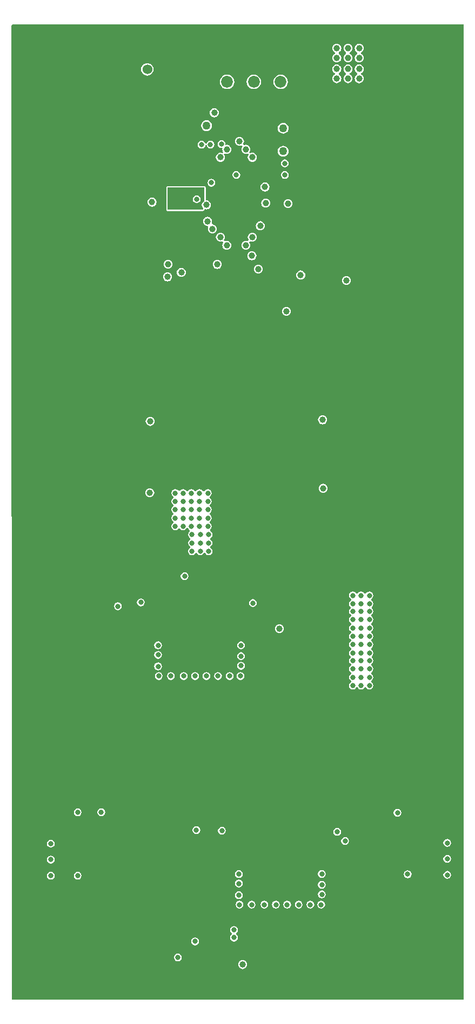
<source format=gbl>
%FSLAX44Y44*%
%MOMM*%
G71*
G01*
G75*
G04 Layer_Physical_Order=4*
G04 Layer_Color=16711680*
%ADD10R,1.2000X0.8000*%
%ADD11C,1.0000*%
%ADD12R,2.0000X3.5000*%
%ADD13R,3.0000X4.0000*%
%ADD14R,4.0000X2.8000*%
%ADD15R,2.8000X4.0000*%
%ADD16R,4.0000X3.0000*%
%ADD17R,0.6000X0.5000*%
%ADD18R,1.6000X1.4000*%
%ADD19R,0.9500X0.9000*%
%ADD20R,2.0000X2.0000*%
%ADD21R,2.0000X3.2000*%
%ADD22R,3.5000X2.0000*%
%ADD23R,0.5000X0.6000*%
%ADD24C,2.0000*%
%ADD25R,1.0000X1.8000*%
%ADD26R,3.0000X0.8000*%
%ADD27R,3.2000X2.0000*%
%ADD28R,2.8000X1.5000*%
%ADD29R,7.7000X1.6000*%
%ADD30R,1.7000X1.6000*%
%ADD31R,1.6000X6.3000*%
%ADD32R,1.8000X0.2900*%
%ADD33R,8.7000X8.7000*%
%ADD34R,1.6000X1.7000*%
%ADD35R,5.1500X3.1500*%
%ADD36R,0.7000X0.2900*%
%ADD37R,0.2900X0.7000*%
%ADD38R,0.8000X1.2000*%
%ADD39R,1.1000X1.2000*%
%ADD40R,0.9000X0.9500*%
%ADD41R,4.5000X4.0000*%
%ADD42R,3.2000X3.0000*%
%ADD43R,4.5000X4.2000*%
%ADD44R,0.5500X1.7000*%
%ADD45R,1.7000X0.5500*%
%ADD46R,4.2000X4.5000*%
%ADD47C,0.2540*%
%ADD48C,4.5720*%
%ADD49C,5.0000*%
%ADD50C,0.2286*%
%ADD51C,0.7620*%
%ADD52C,1.0160*%
%ADD53C,0.2032*%
%ADD54C,0.6350*%
%ADD55R,1.6000X6.7000*%
%ADD56R,12.5000X1.4000*%
%ADD57R,1.7500X7.2000*%
%ADD58R,1.6000X5.6000*%
%ADD59R,12.6000X1.3500*%
%ADD60R,1.8000X7.0750*%
%ADD61R,6.2500X6.2500*%
%ADD62C,0.8100*%
%ADD63C,1.5240*%
%ADD64C,1.8500*%
%ADD65C,8.0000*%
%ADD66C,0.8000*%
%ADD67C,1.2700*%
%ADD68C,0.7112*%
%ADD69C,1.2700*%
G36*
X573000Y1530000D02*
X573000Y1530000D01*
X574000Y1529586D01*
Y5000D01*
X-134000D01*
X-134999Y1528373D01*
X-133373Y1530000D01*
X573000D01*
X573000Y1530000D01*
D02*
G37*
%LPC*%
G36*
X96000Y517118D02*
X93659Y516652D01*
X91674Y515326D01*
X90348Y513341D01*
X89882Y511000D01*
X90348Y508659D01*
X91674Y506674D01*
X93659Y505348D01*
X96000Y504883D01*
X98341Y505348D01*
X100326Y506674D01*
X101652Y508659D01*
X102118Y511000D01*
X101652Y513341D01*
X100326Y515326D01*
X98341Y516652D01*
X96000Y517118D01*
D02*
G37*
G36*
X6000Y304118D02*
X3659Y303652D01*
X1674Y302326D01*
X348Y300341D01*
X-118Y298000D01*
X348Y295659D01*
X1674Y293674D01*
X3659Y292348D01*
X6000Y291882D01*
X8341Y292348D01*
X10326Y293674D01*
X11652Y295659D01*
X12118Y298000D01*
X11652Y300341D01*
X10326Y302326D01*
X8341Y303652D01*
X6000Y304118D01*
D02*
G37*
G36*
X-31000D02*
X-33341Y303652D01*
X-35326Y302326D01*
X-36652Y300341D01*
X-37118Y298000D01*
X-36652Y295659D01*
X-35326Y293674D01*
X-33341Y292348D01*
X-31000Y291882D01*
X-28659Y292348D01*
X-26674Y293674D01*
X-25348Y295659D01*
X-24882Y298000D01*
X-25348Y300341D01*
X-26674Y302326D01*
X-28659Y303652D01*
X-31000Y304118D01*
D02*
G37*
G36*
X153000Y517118D02*
X150659Y516652D01*
X148674Y515326D01*
X147348Y513341D01*
X146882Y511000D01*
X147348Y508659D01*
X148674Y506674D01*
X150659Y505348D01*
X153000Y504883D01*
X155341Y505348D01*
X157326Y506674D01*
X158652Y508659D01*
X159117Y511000D01*
X158652Y513341D01*
X157326Y515326D01*
X155341Y516652D01*
X153000Y517118D01*
D02*
G37*
G36*
X135000D02*
X132659Y516652D01*
X130674Y515326D01*
X129348Y513341D01*
X128883Y511000D01*
X129348Y508659D01*
X130674Y506674D01*
X132659Y505348D01*
X135000Y504883D01*
X137341Y505348D01*
X139326Y506674D01*
X140652Y508659D01*
X141117Y511000D01*
X140652Y513341D01*
X139326Y515326D01*
X137341Y516652D01*
X135000Y517118D01*
D02*
G37*
G36*
X115000D02*
X112659Y516652D01*
X110674Y515326D01*
X109348Y513341D01*
X108883Y511000D01*
X109348Y508659D01*
X110674Y506674D01*
X112659Y505348D01*
X115000Y504883D01*
X117341Y505348D01*
X119326Y506674D01*
X120652Y508659D01*
X121117Y511000D01*
X120652Y513341D01*
X119326Y515326D01*
X117341Y516652D01*
X115000Y517118D01*
D02*
G37*
G36*
X375502Y273617D02*
X373161Y273152D01*
X371177Y271826D01*
X369851Y269841D01*
X369385Y267500D01*
X369851Y265159D01*
X371177Y263174D01*
X373161Y261848D01*
X375502Y261382D01*
X377844Y261848D01*
X379828Y263174D01*
X381154Y265159D01*
X381620Y267500D01*
X381154Y269841D01*
X379828Y271826D01*
X377844Y273152D01*
X375502Y273617D01*
D02*
G37*
G36*
X388000Y259118D02*
X385659Y258652D01*
X383674Y257326D01*
X382348Y255341D01*
X381883Y253000D01*
X382348Y250659D01*
X383674Y248674D01*
X385659Y247348D01*
X388000Y246882D01*
X390341Y247348D01*
X392326Y248674D01*
X393652Y250659D01*
X394118Y253000D01*
X393652Y255341D01*
X392326Y257326D01*
X390341Y258652D01*
X388000Y259118D01*
D02*
G37*
G36*
X548000Y256117D02*
X545659Y255652D01*
X543674Y254326D01*
X542348Y252341D01*
X541883Y250000D01*
X542348Y247659D01*
X543674Y245674D01*
X545659Y244348D01*
X548000Y243883D01*
X550341Y244348D01*
X552326Y245674D01*
X553652Y247659D01*
X554118Y250000D01*
X553652Y252341D01*
X552326Y254326D01*
X550341Y255652D01*
X548000Y256117D01*
D02*
G37*
G36*
X470000Y303118D02*
X467659Y302652D01*
X465674Y301326D01*
X464348Y299341D01*
X463882Y297000D01*
X464348Y294659D01*
X465674Y292674D01*
X467659Y291348D01*
X470000Y290882D01*
X472341Y291348D01*
X474326Y292674D01*
X475652Y294659D01*
X476118Y297000D01*
X475652Y299341D01*
X474326Y301326D01*
X472341Y302652D01*
X470000Y303118D01*
D02*
G37*
G36*
X155000Y276117D02*
X152659Y275652D01*
X150674Y274326D01*
X149348Y272341D01*
X148883Y270000D01*
X149348Y267659D01*
X150674Y265674D01*
X152659Y264348D01*
X155000Y263883D01*
X157341Y264348D01*
X159326Y265674D01*
X160652Y267659D01*
X161117Y270000D01*
X160652Y272341D01*
X159326Y274326D01*
X157341Y275652D01*
X155000Y276117D01*
D02*
G37*
G36*
X195000Y275117D02*
X192659Y274652D01*
X190674Y273326D01*
X189348Y271341D01*
X188883Y269000D01*
X189348Y266659D01*
X190674Y264674D01*
X192659Y263348D01*
X195000Y262882D01*
X197341Y263348D01*
X199326Y264674D01*
X200652Y266659D01*
X201117Y269000D01*
X200652Y271341D01*
X199326Y273326D01*
X197341Y274652D01*
X195000Y275117D01*
D02*
G37*
G36*
X95000Y565117D02*
X92659Y564652D01*
X90674Y563326D01*
X89348Y561341D01*
X88882Y559000D01*
X89348Y556659D01*
X90674Y554674D01*
X92659Y553348D01*
X95000Y552882D01*
X97341Y553348D01*
X99326Y554674D01*
X100652Y556659D01*
X101117Y559000D01*
X100652Y561341D01*
X99326Y563326D01*
X97341Y564652D01*
X95000Y565117D01*
D02*
G37*
G36*
Y550117D02*
X92659Y549652D01*
X90674Y548326D01*
X89348Y546341D01*
X88882Y544000D01*
X89348Y541659D01*
X90674Y539674D01*
X92659Y538348D01*
X95000Y537882D01*
X97341Y538348D01*
X99326Y539674D01*
X100652Y541659D01*
X101117Y544000D01*
X100652Y546341D01*
X99326Y548326D01*
X97341Y549652D01*
X95000Y550117D01*
D02*
G37*
G36*
X225000Y548117D02*
X222659Y547652D01*
X220674Y546326D01*
X219348Y544341D01*
X218883Y542000D01*
X219348Y539659D01*
X220674Y537674D01*
X222659Y536348D01*
X225000Y535882D01*
X227341Y536348D01*
X229326Y537674D01*
X230652Y539659D01*
X231117Y542000D01*
X230652Y544341D01*
X229326Y546326D01*
X227341Y547652D01*
X225000Y548117D01*
D02*
G37*
G36*
X32000Y626118D02*
X29659Y625652D01*
X27674Y624326D01*
X26348Y622341D01*
X25882Y620000D01*
X26348Y617659D01*
X27674Y615674D01*
X29659Y614348D01*
X32000Y613882D01*
X34341Y614348D01*
X36326Y615674D01*
X37652Y617659D01*
X38118Y620000D01*
X37652Y622341D01*
X36326Y624326D01*
X34341Y625652D01*
X32000Y626118D01*
D02*
G37*
G36*
X285000Y592060D02*
X283173Y591820D01*
X281470Y591115D01*
X280007Y589992D01*
X278885Y588530D01*
X278180Y586827D01*
X277940Y585000D01*
X278180Y583173D01*
X278885Y581470D01*
X280007Y580008D01*
X281470Y578885D01*
X283173Y578180D01*
X285000Y577940D01*
X286827Y578180D01*
X288530Y578885D01*
X289992Y580008D01*
X291115Y581470D01*
X291820Y583173D01*
X292060Y585000D01*
X291820Y586827D01*
X291115Y588530D01*
X289992Y589992D01*
X288530Y591115D01*
X286827Y591820D01*
X285000Y592060D01*
D02*
G37*
G36*
X225000Y565117D02*
X222659Y564652D01*
X220674Y563326D01*
X219348Y561341D01*
X218883Y559000D01*
X219348Y556659D01*
X220674Y554674D01*
X222659Y553348D01*
X225000Y552882D01*
X227341Y553348D01*
X229326Y554674D01*
X230652Y556659D01*
X231117Y559000D01*
X230652Y561341D01*
X229326Y563326D01*
X227341Y564652D01*
X225000Y565117D01*
D02*
G37*
G36*
X170760Y517118D02*
X168419Y516652D01*
X166434Y515326D01*
X165108Y513341D01*
X164642Y511000D01*
X165108Y508659D01*
X166434Y506674D01*
X168419Y505348D01*
X170760Y504883D01*
X173101Y505348D01*
X175086Y506674D01*
X176412Y508659D01*
X176877Y511000D01*
X176412Y513341D01*
X175086Y515326D01*
X173101Y516652D01*
X170760Y517118D01*
D02*
G37*
G36*
X224000Y517118D02*
X221659Y516652D01*
X219674Y515326D01*
X218348Y513341D01*
X217882Y511000D01*
X218348Y508659D01*
X219674Y506674D01*
X221659Y505348D01*
X224000Y504883D01*
X226341Y505348D01*
X228326Y506674D01*
X229652Y508659D01*
X230117Y511000D01*
X229652Y513341D01*
X228326Y515326D01*
X226341Y516652D01*
X224000Y517118D01*
D02*
G37*
G36*
X207000D02*
X204659Y516652D01*
X202674Y515326D01*
X201348Y513341D01*
X200882Y511000D01*
X201348Y508659D01*
X202674Y506674D01*
X204659Y505348D01*
X207000Y504883D01*
X209341Y505348D01*
X211326Y506674D01*
X212652Y508659D01*
X213118Y511000D01*
X212652Y513341D01*
X211326Y515326D01*
X209341Y516652D01*
X207000Y517118D01*
D02*
G37*
G36*
X225000Y533117D02*
X222659Y532652D01*
X220674Y531326D01*
X219348Y529341D01*
X218883Y527000D01*
X219348Y524659D01*
X220674Y522674D01*
X222659Y521348D01*
X225000Y520882D01*
X227341Y521348D01*
X229326Y522674D01*
X230652Y524659D01*
X231117Y527000D01*
X230652Y529341D01*
X229326Y531326D01*
X227341Y532652D01*
X225000Y533117D01*
D02*
G37*
G36*
X95000Y532118D02*
X92659Y531652D01*
X90674Y530326D01*
X89348Y528341D01*
X88882Y526000D01*
X89348Y523659D01*
X90674Y521674D01*
X92659Y520348D01*
X95000Y519883D01*
X97341Y520348D01*
X99326Y521674D01*
X100652Y523659D01*
X101117Y526000D01*
X100652Y528341D01*
X99326Y530326D01*
X97341Y531652D01*
X95000Y532118D01*
D02*
G37*
G36*
X188760Y517118D02*
X186419Y516652D01*
X184434Y515326D01*
X183108Y513341D01*
X182642Y511000D01*
X183108Y508659D01*
X184434Y506674D01*
X186419Y505348D01*
X188760Y504883D01*
X191101Y505348D01*
X193086Y506674D01*
X194412Y508659D01*
X194877Y511000D01*
X194412Y513341D01*
X193086Y515326D01*
X191101Y516652D01*
X188760Y517118D01*
D02*
G37*
G36*
X-73000Y255117D02*
X-75341Y254652D01*
X-77326Y253326D01*
X-78652Y251341D01*
X-79117Y249000D01*
X-78652Y246659D01*
X-77326Y244674D01*
X-75341Y243348D01*
X-73000Y242882D01*
X-70659Y243348D01*
X-68674Y244674D01*
X-67348Y246659D01*
X-66883Y249000D01*
X-67348Y251341D01*
X-68674Y253326D01*
X-70659Y254652D01*
X-73000Y255117D01*
D02*
G37*
G36*
X333500Y159618D02*
X331159Y159152D01*
X329174Y157826D01*
X327848Y155841D01*
X327382Y153500D01*
X327848Y151159D01*
X329174Y149174D01*
X331159Y147848D01*
X333500Y147382D01*
X335841Y147848D01*
X337826Y149174D01*
X339152Y151159D01*
X339618Y153500D01*
X339152Y155841D01*
X337826Y157826D01*
X335841Y159152D01*
X333500Y159618D01*
D02*
G37*
G36*
X279500D02*
X277159Y159152D01*
X275174Y157826D01*
X273848Y155841D01*
X273382Y153500D01*
X273848Y151159D01*
X275174Y149174D01*
X277159Y147848D01*
X279500Y147382D01*
X281841Y147848D01*
X283826Y149174D01*
X285152Y151159D01*
X285618Y153500D01*
X285152Y155841D01*
X283826Y157826D01*
X281841Y159152D01*
X279500Y159618D01*
D02*
G37*
G36*
X261500D02*
X259159Y159152D01*
X257174Y157826D01*
X255848Y155841D01*
X255382Y153500D01*
X255848Y151159D01*
X257174Y149174D01*
X259159Y147848D01*
X261500Y147382D01*
X263841Y147848D01*
X265826Y149174D01*
X267152Y151159D01*
X267617Y153500D01*
X267152Y155841D01*
X265826Y157826D01*
X263841Y159152D01*
X261500Y159618D01*
D02*
G37*
G36*
X315260Y159618D02*
X312919Y159152D01*
X310934Y157826D01*
X309608Y155841D01*
X309142Y153500D01*
X309608Y151159D01*
X310934Y149174D01*
X312919Y147848D01*
X315260Y147382D01*
X317601Y147848D01*
X319586Y149174D01*
X320912Y151159D01*
X321377Y153500D01*
X320912Y155841D01*
X319586Y157826D01*
X317601Y159152D01*
X315260Y159618D01*
D02*
G37*
G36*
X297260D02*
X294919Y159152D01*
X292934Y157826D01*
X291608Y155841D01*
X291142Y153500D01*
X291608Y151159D01*
X292934Y149174D01*
X294919Y147848D01*
X297260Y147382D01*
X299601Y147848D01*
X301586Y149174D01*
X302912Y151159D01*
X303377Y153500D01*
X302912Y155841D01*
X301586Y157826D01*
X299601Y159152D01*
X297260Y159618D01*
D02*
G37*
G36*
X350500Y159618D02*
X348159Y159152D01*
X346174Y157826D01*
X344848Y155841D01*
X344382Y153500D01*
X344848Y151159D01*
X346174Y149174D01*
X348159Y147848D01*
X350500Y147382D01*
X352841Y147848D01*
X354826Y149174D01*
X356152Y151159D01*
X356618Y153500D01*
X356152Y155841D01*
X354826Y157826D01*
X352841Y159152D01*
X350500Y159618D01*
D02*
G37*
G36*
X153000Y102118D02*
X150659Y101652D01*
X148674Y100326D01*
X147348Y98341D01*
X146882Y96000D01*
X147348Y93659D01*
X148674Y91674D01*
X150659Y90348D01*
X153000Y89882D01*
X155341Y90348D01*
X157326Y91674D01*
X158652Y93659D01*
X159117Y96000D01*
X158652Y98341D01*
X157326Y100326D01*
X155341Y101652D01*
X153000Y102118D01*
D02*
G37*
G36*
X126000Y77118D02*
X123659Y76652D01*
X121674Y75326D01*
X120348Y73341D01*
X119882Y71000D01*
X120348Y68659D01*
X121674Y66674D01*
X123659Y65348D01*
X126000Y64882D01*
X128341Y65348D01*
X130326Y66674D01*
X131652Y68659D01*
X132118Y71000D01*
X131652Y73341D01*
X130326Y75326D01*
X128341Y76652D01*
X126000Y77118D01*
D02*
G37*
G36*
X227540Y66900D02*
X225713Y66660D01*
X224010Y65954D01*
X222548Y64833D01*
X221425Y63370D01*
X220720Y61667D01*
X220480Y59840D01*
X220720Y58013D01*
X221425Y56310D01*
X222548Y54848D01*
X224010Y53726D01*
X225713Y53020D01*
X227540Y52780D01*
X229367Y53020D01*
X231070Y53726D01*
X232533Y54848D01*
X233654Y56310D01*
X234360Y58013D01*
X234600Y59840D01*
X234360Y61667D01*
X233654Y63370D01*
X232533Y64833D01*
X231070Y65954D01*
X229367Y66660D01*
X227540Y66900D01*
D02*
G37*
G36*
X241500Y159618D02*
X239159Y159152D01*
X237174Y157826D01*
X235848Y155841D01*
X235382Y153500D01*
X235848Y151159D01*
X237174Y149174D01*
X239159Y147848D01*
X241500Y147382D01*
X243841Y147848D01*
X245826Y149174D01*
X247152Y151159D01*
X247617Y153500D01*
X247152Y155841D01*
X245826Y157826D01*
X243841Y159152D01*
X241500Y159618D01*
D02*
G37*
G36*
X222500D02*
X220159Y159152D01*
X218174Y157826D01*
X216848Y155841D01*
X216382Y153500D01*
X216848Y151159D01*
X218174Y149174D01*
X220159Y147848D01*
X222500Y147382D01*
X224841Y147848D01*
X226826Y149174D01*
X228152Y151159D01*
X228617Y153500D01*
X228152Y155841D01*
X226826Y157826D01*
X224841Y159152D01*
X222500Y159618D01*
D02*
G37*
G36*
X214000Y120118D02*
X211659Y119652D01*
X209674Y118326D01*
X208348Y116341D01*
X207882Y114000D01*
X208348Y111659D01*
X209674Y109674D01*
X210459Y109150D01*
Y106850D01*
X209674Y106326D01*
X208348Y104341D01*
X207882Y102000D01*
X208348Y99659D01*
X209674Y97674D01*
X211659Y96348D01*
X214000Y95883D01*
X216341Y96348D01*
X218326Y97674D01*
X219652Y99659D01*
X220117Y102000D01*
X219652Y104341D01*
X218326Y106326D01*
X217541Y106850D01*
Y109150D01*
X218326Y109674D01*
X219652Y111659D01*
X220117Y114000D01*
X219652Y116341D01*
X218326Y118326D01*
X216341Y119652D01*
X214000Y120118D01*
D02*
G37*
G36*
X221500Y207617D02*
X219159Y207152D01*
X217174Y205826D01*
X215848Y203841D01*
X215382Y201500D01*
X215848Y199159D01*
X217174Y197174D01*
X219159Y195848D01*
X221500Y195382D01*
X223841Y195848D01*
X225826Y197174D01*
X227152Y199159D01*
X227617Y201500D01*
X227152Y203841D01*
X225826Y205826D01*
X223841Y207152D01*
X221500Y207617D01*
D02*
G37*
G36*
X486000Y207118D02*
X483659Y206652D01*
X481674Y205326D01*
X480348Y203341D01*
X479883Y201000D01*
X480348Y198659D01*
X481674Y196674D01*
X483659Y195348D01*
X486000Y194883D01*
X488341Y195348D01*
X490326Y196674D01*
X491652Y198659D01*
X492118Y201000D01*
X491652Y203341D01*
X490326Y205326D01*
X488341Y206652D01*
X486000Y207118D01*
D02*
G37*
G36*
X548000Y206117D02*
X545659Y205652D01*
X543674Y204326D01*
X542348Y202341D01*
X541883Y200000D01*
X542348Y197659D01*
X543674Y195674D01*
X545659Y194348D01*
X548000Y193883D01*
X550341Y194348D01*
X552326Y195674D01*
X553652Y197659D01*
X554118Y200000D01*
X553652Y202341D01*
X552326Y204326D01*
X550341Y205652D01*
X548000Y206117D01*
D02*
G37*
G36*
Y231117D02*
X545659Y230652D01*
X543674Y229326D01*
X542348Y227341D01*
X541883Y225000D01*
X542348Y222659D01*
X543674Y220674D01*
X545659Y219348D01*
X548000Y218883D01*
X550341Y219348D01*
X552326Y220674D01*
X553652Y222659D01*
X554118Y225000D01*
X553652Y227341D01*
X552326Y229326D01*
X550341Y230652D01*
X548000Y231117D01*
D02*
G37*
G36*
X-73000Y230117D02*
X-75341Y229652D01*
X-77326Y228326D01*
X-78652Y226341D01*
X-79117Y224000D01*
X-78652Y221659D01*
X-77326Y219674D01*
X-75341Y218348D01*
X-73000Y217882D01*
X-70659Y218348D01*
X-68674Y219674D01*
X-67348Y221659D01*
X-66883Y224000D01*
X-67348Y226341D01*
X-68674Y228326D01*
X-70659Y229652D01*
X-73000Y230117D01*
D02*
G37*
G36*
X351500Y207617D02*
X349159Y207152D01*
X347174Y205826D01*
X345848Y203841D01*
X345382Y201500D01*
X345848Y199159D01*
X347174Y197174D01*
X349159Y195848D01*
X351500Y195382D01*
X353841Y195848D01*
X355826Y197174D01*
X357152Y199159D01*
X357617Y201500D01*
X357152Y203841D01*
X355826Y205826D01*
X353841Y207152D01*
X351500Y207617D01*
D02*
G37*
G36*
Y190618D02*
X349159Y190152D01*
X347174Y188826D01*
X345848Y186841D01*
X345382Y184500D01*
X345848Y182159D01*
X347174Y180174D01*
X349159Y178848D01*
X351500Y178382D01*
X353841Y178848D01*
X355826Y180174D01*
X357152Y182159D01*
X357617Y184500D01*
X357152Y186841D01*
X355826Y188826D01*
X353841Y190152D01*
X351500Y190618D01*
D02*
G37*
G36*
Y175618D02*
X349159Y175152D01*
X347174Y173826D01*
X345848Y171841D01*
X345382Y169500D01*
X345848Y167159D01*
X347174Y165174D01*
X349159Y163848D01*
X351500Y163382D01*
X353841Y163848D01*
X355826Y165174D01*
X357152Y167159D01*
X357617Y169500D01*
X357152Y171841D01*
X355826Y173826D01*
X353841Y175152D01*
X351500Y175618D01*
D02*
G37*
G36*
X221500Y174618D02*
X219159Y174152D01*
X217174Y172826D01*
X215848Y170841D01*
X215382Y168500D01*
X215848Y166159D01*
X217174Y164174D01*
X219159Y162848D01*
X221500Y162383D01*
X223841Y162848D01*
X225826Y164174D01*
X227152Y166159D01*
X227617Y168500D01*
X227152Y170841D01*
X225826Y172826D01*
X223841Y174152D01*
X221500Y174618D01*
D02*
G37*
G36*
X-31000Y205117D02*
X-33341Y204652D01*
X-35326Y203326D01*
X-36652Y201341D01*
X-37118Y199000D01*
X-36652Y196659D01*
X-35326Y194674D01*
X-33341Y193348D01*
X-31000Y192882D01*
X-28659Y193348D01*
X-26674Y194674D01*
X-25348Y196659D01*
X-24882Y199000D01*
X-25348Y201341D01*
X-26674Y203326D01*
X-28659Y204652D01*
X-31000Y205117D01*
D02*
G37*
G36*
X-73000D02*
X-75341Y204652D01*
X-77326Y203326D01*
X-78652Y201341D01*
X-79117Y199000D01*
X-78652Y196659D01*
X-77326Y194674D01*
X-75341Y193348D01*
X-73000Y192882D01*
X-70659Y193348D01*
X-68674Y194674D01*
X-67348Y196659D01*
X-66883Y199000D01*
X-67348Y201341D01*
X-68674Y203326D01*
X-70659Y204652D01*
X-73000Y205117D01*
D02*
G37*
G36*
X221500Y192617D02*
X219159Y192152D01*
X217174Y190826D01*
X215848Y188841D01*
X215382Y186500D01*
X215848Y184159D01*
X217174Y182174D01*
X219159Y180848D01*
X221500Y180382D01*
X223841Y180848D01*
X225826Y182174D01*
X227152Y184159D01*
X227617Y186500D01*
X227152Y188841D01*
X225826Y190826D01*
X223841Y192152D01*
X221500Y192617D01*
D02*
G37*
G36*
X291000Y1339922D02*
X288820Y1339635D01*
X286789Y1338794D01*
X285045Y1337455D01*
X283706Y1335711D01*
X282865Y1333680D01*
X282578Y1331500D01*
X282865Y1329320D01*
X283706Y1327289D01*
X285045Y1325545D01*
X286789Y1324206D01*
X288820Y1323365D01*
X291000Y1323078D01*
X293180Y1323365D01*
X295211Y1324206D01*
X296955Y1325545D01*
X298294Y1327289D01*
X299135Y1329320D01*
X299422Y1331500D01*
X299135Y1333680D01*
X298294Y1335711D01*
X296955Y1337455D01*
X295211Y1338794D01*
X293180Y1339635D01*
X291000Y1339922D01*
D02*
G37*
G36*
X222500Y1354060D02*
X220673Y1353820D01*
X218970Y1353114D01*
X217507Y1351992D01*
X216385Y1350530D01*
X215680Y1348827D01*
X215440Y1347000D01*
X215680Y1345173D01*
X216385Y1343470D01*
X217507Y1342007D01*
X218970Y1340885D01*
X220673Y1340180D01*
X222500Y1339940D01*
X224327Y1340180D01*
X225658Y1340731D01*
X227058Y1338907D01*
X226385Y1338030D01*
X225680Y1336327D01*
X225440Y1334500D01*
X225680Y1332673D01*
X226385Y1330970D01*
X227507Y1329507D01*
X228970Y1328385D01*
X230673Y1327680D01*
X232500Y1327440D01*
X234327Y1327680D01*
X235658Y1328231D01*
X237058Y1326407D01*
X236385Y1325530D01*
X235680Y1323827D01*
X235440Y1322000D01*
X235680Y1320173D01*
X236385Y1318470D01*
X237508Y1317007D01*
X238970Y1315885D01*
X240673Y1315180D01*
X242500Y1314940D01*
X244327Y1315180D01*
X246030Y1315885D01*
X247492Y1317007D01*
X248615Y1318470D01*
X249320Y1320173D01*
X249560Y1322000D01*
X249320Y1323827D01*
X248615Y1325530D01*
X247492Y1326992D01*
X246030Y1328114D01*
X244327Y1328820D01*
X242500Y1329060D01*
X240673Y1328820D01*
X239342Y1328269D01*
X237942Y1330093D01*
X238615Y1330970D01*
X239320Y1332673D01*
X239560Y1334500D01*
X239320Y1336327D01*
X238615Y1338030D01*
X237492Y1339492D01*
X236030Y1340614D01*
X234327Y1341320D01*
X232500Y1341560D01*
X230673Y1341320D01*
X229342Y1340769D01*
X227942Y1342593D01*
X228615Y1343470D01*
X229320Y1345173D01*
X229560Y1347000D01*
X229320Y1348827D01*
X228615Y1350530D01*
X227492Y1351992D01*
X226030Y1353114D01*
X224327Y1353820D01*
X222500Y1354060D01*
D02*
G37*
G36*
X293500Y1318618D02*
X291159Y1318152D01*
X289174Y1316826D01*
X287848Y1314841D01*
X287383Y1312500D01*
X287848Y1310159D01*
X289174Y1308174D01*
X291159Y1306848D01*
X293500Y1306382D01*
X295841Y1306848D01*
X297826Y1308174D01*
X299152Y1310159D01*
X299618Y1312500D01*
X299152Y1314841D01*
X297826Y1316826D01*
X295841Y1318152D01*
X293500Y1318618D01*
D02*
G37*
G36*
X291000Y1375922D02*
X288820Y1375635D01*
X286789Y1374794D01*
X285045Y1373455D01*
X283706Y1371711D01*
X282865Y1369680D01*
X282578Y1367500D01*
X282865Y1365320D01*
X283706Y1363289D01*
X285045Y1361545D01*
X286789Y1360206D01*
X288820Y1359365D01*
X291000Y1359078D01*
X293180Y1359365D01*
X295211Y1360206D01*
X296955Y1361545D01*
X298294Y1363289D01*
X299135Y1365320D01*
X299422Y1367500D01*
X299135Y1369680D01*
X298294Y1371711D01*
X296955Y1373455D01*
X295211Y1374794D01*
X293180Y1375635D01*
X291000Y1375922D01*
D02*
G37*
G36*
X177000Y1348118D02*
X174659Y1347652D01*
X172674Y1346326D01*
X171348Y1344341D01*
X171150Y1343345D01*
X168850D01*
X168652Y1344341D01*
X167326Y1346326D01*
X165341Y1347652D01*
X163000Y1348118D01*
X160659Y1347652D01*
X158674Y1346326D01*
X157348Y1344341D01*
X156882Y1342000D01*
X157348Y1339659D01*
X158674Y1337674D01*
X160659Y1336348D01*
X163000Y1335883D01*
X165341Y1336348D01*
X167326Y1337674D01*
X168652Y1339659D01*
X168850Y1340655D01*
X171150D01*
X171348Y1339659D01*
X172674Y1337674D01*
X174659Y1336348D01*
X177000Y1335883D01*
X179341Y1336348D01*
X181326Y1337674D01*
X182652Y1339659D01*
X183118Y1342000D01*
X182652Y1344341D01*
X181326Y1346326D01*
X179341Y1347652D01*
X177000Y1348118D01*
D02*
G37*
G36*
X194357Y1348761D02*
X192016Y1348295D01*
X190031Y1346969D01*
X188705Y1344984D01*
X188239Y1342643D01*
X188705Y1340302D01*
X190031Y1338317D01*
X192016Y1336991D01*
X194357Y1336525D01*
X194357Y1336525D01*
X194357Y1336525D01*
X195680Y1336327D01*
X195440Y1334500D01*
X195680Y1332673D01*
X196385Y1330970D01*
X197058Y1330093D01*
X195658Y1328269D01*
X194327Y1328820D01*
X192500Y1329060D01*
X190673Y1328820D01*
X188970Y1328114D01*
X187507Y1326992D01*
X186385Y1325530D01*
X185680Y1323827D01*
X185440Y1322000D01*
X185680Y1320173D01*
X186385Y1318470D01*
X187507Y1317007D01*
X188970Y1315885D01*
X190673Y1315180D01*
X192500Y1314940D01*
X194327Y1315180D01*
X196030Y1315885D01*
X197492Y1317007D01*
X198615Y1318470D01*
X199320Y1320173D01*
X199560Y1322000D01*
X199320Y1323827D01*
X198615Y1325530D01*
X197942Y1326407D01*
X199342Y1328231D01*
X200673Y1327680D01*
X202500Y1327440D01*
X204327Y1327680D01*
X206030Y1328385D01*
X207492Y1329507D01*
X208615Y1330970D01*
X209320Y1332673D01*
X209560Y1334500D01*
X209320Y1336327D01*
X208615Y1338030D01*
X207492Y1339492D01*
X206030Y1340614D01*
X204327Y1341320D01*
X202500Y1341560D01*
X200673Y1341320D01*
X200474Y1342643D01*
X200475Y1342643D01*
X200474D01*
X200009Y1344984D01*
X198683Y1346969D01*
X196698Y1348295D01*
X194357Y1348761D01*
D02*
G37*
G36*
X262500Y1282560D02*
X260673Y1282320D01*
X258970Y1281614D01*
X257508Y1280492D01*
X256385Y1279030D01*
X255680Y1277327D01*
X255440Y1275500D01*
X255680Y1273673D01*
X256385Y1271970D01*
X257508Y1270508D01*
X258970Y1269386D01*
X260673Y1268680D01*
X262500Y1268440D01*
X264327Y1268680D01*
X266030Y1269386D01*
X267493Y1270508D01*
X268615Y1271970D01*
X269320Y1273673D01*
X269560Y1275500D01*
X269320Y1277327D01*
X268615Y1279030D01*
X267493Y1280492D01*
X266030Y1281614D01*
X264327Y1282320D01*
X262500Y1282560D01*
D02*
G37*
G36*
X85540Y1258900D02*
X83713Y1258660D01*
X82010Y1257954D01*
X80548Y1256833D01*
X79426Y1255370D01*
X78720Y1253667D01*
X78480Y1251840D01*
X78720Y1250013D01*
X79426Y1248310D01*
X80548Y1246848D01*
X82010Y1245726D01*
X83713Y1245020D01*
X85540Y1244780D01*
X87367Y1245020D01*
X89070Y1245726D01*
X90533Y1246848D01*
X91655Y1248310D01*
X92360Y1250013D01*
X92600Y1251840D01*
X92360Y1253667D01*
X91655Y1255370D01*
X90533Y1256833D01*
X89070Y1257954D01*
X87367Y1258660D01*
X85540Y1258900D01*
D02*
G37*
G36*
X263500Y1257560D02*
X261673Y1257320D01*
X259970Y1256614D01*
X258508Y1255492D01*
X257386Y1254030D01*
X256680Y1252327D01*
X256440Y1250500D01*
X256680Y1248673D01*
X257386Y1246970D01*
X258508Y1245508D01*
X259970Y1244386D01*
X261673Y1243680D01*
X263500Y1243440D01*
X265327Y1243680D01*
X267030Y1244386D01*
X268493Y1245508D01*
X269615Y1246970D01*
X270320Y1248673D01*
X270560Y1250500D01*
X270320Y1252327D01*
X269615Y1254030D01*
X268493Y1255492D01*
X267030Y1256614D01*
X265327Y1257320D01*
X263500Y1257560D01*
D02*
G37*
G36*
X293617Y1300618D02*
X291276Y1300152D01*
X289292Y1298826D01*
X287966Y1296841D01*
X287500Y1294500D01*
X287966Y1292159D01*
X289292Y1290174D01*
X291276Y1288848D01*
X293617Y1288382D01*
X295959Y1288848D01*
X297943Y1290174D01*
X299269Y1292159D01*
X299735Y1294500D01*
X299269Y1296841D01*
X297943Y1298826D01*
X295959Y1300152D01*
X293617Y1300618D01*
D02*
G37*
G36*
X217500D02*
X215159Y1300152D01*
X213174Y1298826D01*
X211848Y1296841D01*
X211383Y1294500D01*
X211848Y1292159D01*
X213174Y1290174D01*
X215159Y1288848D01*
X217500Y1288382D01*
X219841Y1288848D01*
X221826Y1290174D01*
X223152Y1292159D01*
X223617Y1294500D01*
X223152Y1296841D01*
X221826Y1298826D01*
X219841Y1300152D01*
X217500Y1300618D01*
D02*
G37*
G36*
X178500Y1288367D02*
X176159Y1287902D01*
X174174Y1286576D01*
X172848Y1284591D01*
X172383Y1282250D01*
X172848Y1279909D01*
X174174Y1277924D01*
X176159Y1276598D01*
X178500Y1276132D01*
X180841Y1276598D01*
X182826Y1277924D01*
X184152Y1279909D01*
X184618Y1282250D01*
X184152Y1284591D01*
X182826Y1286576D01*
X180841Y1287902D01*
X178500Y1288367D01*
D02*
G37*
G36*
X78000Y1469203D02*
X75489Y1468872D01*
X73148Y1467903D01*
X71139Y1466361D01*
X69597Y1464352D01*
X68628Y1462011D01*
X68297Y1459500D01*
X68628Y1456989D01*
X69597Y1454648D01*
X71139Y1452639D01*
X73148Y1451097D01*
X75489Y1450128D01*
X78000Y1449797D01*
X80511Y1450128D01*
X82851Y1451097D01*
X84861Y1452639D01*
X86403Y1454648D01*
X87372Y1456989D01*
X87703Y1459500D01*
X87372Y1462011D01*
X86403Y1464352D01*
X84861Y1466361D01*
X82851Y1467903D01*
X80511Y1468872D01*
X78000Y1469203D01*
D02*
G37*
G36*
X410000Y1467060D02*
X408173Y1466820D01*
X406470Y1466115D01*
X405008Y1464992D01*
X403886Y1463530D01*
X403180Y1461827D01*
X402940Y1460000D01*
X403180Y1458173D01*
X403886Y1456470D01*
X405008Y1455008D01*
X406470Y1453885D01*
X407038Y1453650D01*
Y1451350D01*
X406470Y1451115D01*
X405008Y1449993D01*
X403886Y1448530D01*
X403180Y1446827D01*
X402940Y1445000D01*
X403180Y1443173D01*
X403886Y1441470D01*
X405008Y1440008D01*
X406470Y1438885D01*
X408173Y1438180D01*
X410000Y1437940D01*
X411827Y1438180D01*
X413530Y1438885D01*
X414992Y1440008D01*
X416115Y1441470D01*
X416820Y1443173D01*
X417060Y1445000D01*
X416820Y1446827D01*
X416115Y1448530D01*
X414992Y1449993D01*
X413530Y1451115D01*
X412962Y1451350D01*
Y1453650D01*
X413530Y1453885D01*
X414992Y1455008D01*
X416115Y1456470D01*
X416820Y1458173D01*
X417060Y1460000D01*
X416820Y1461827D01*
X416115Y1463530D01*
X414992Y1464992D01*
X413530Y1466115D01*
X411827Y1466820D01*
X410000Y1467060D01*
D02*
G37*
G36*
X392500D02*
X390673Y1466820D01*
X388970Y1466115D01*
X387508Y1464992D01*
X386386Y1463530D01*
X385680Y1461827D01*
X385440Y1460000D01*
X385680Y1458173D01*
X386386Y1456470D01*
X387508Y1455008D01*
X388970Y1453885D01*
X389538Y1453650D01*
Y1451350D01*
X388970Y1451115D01*
X387508Y1449993D01*
X386386Y1448530D01*
X385680Y1446827D01*
X385440Y1445000D01*
X385680Y1443173D01*
X386386Y1441470D01*
X387508Y1440008D01*
X388970Y1438885D01*
X390673Y1438180D01*
X392500Y1437940D01*
X394327Y1438180D01*
X396030Y1438885D01*
X397492Y1440008D01*
X398615Y1441470D01*
X399320Y1443173D01*
X399560Y1445000D01*
X399320Y1446827D01*
X398615Y1448530D01*
X397492Y1449993D01*
X396030Y1451115D01*
X395462Y1451350D01*
Y1453650D01*
X396030Y1453885D01*
X397492Y1455008D01*
X398615Y1456470D01*
X399320Y1458173D01*
X399560Y1460000D01*
X399320Y1461827D01*
X398615Y1463530D01*
X397492Y1464992D01*
X396030Y1466115D01*
X394327Y1466820D01*
X392500Y1467060D01*
D02*
G37*
G36*
X410000Y1499560D02*
X408173Y1499320D01*
X406470Y1498615D01*
X405008Y1497493D01*
X403886Y1496030D01*
X403180Y1494327D01*
X402940Y1492500D01*
X403180Y1490673D01*
X403886Y1488970D01*
X405008Y1487508D01*
X406470Y1486385D01*
X407038Y1486150D01*
Y1483850D01*
X406470Y1483615D01*
X405008Y1482493D01*
X403886Y1481030D01*
X403180Y1479327D01*
X402940Y1477500D01*
X403180Y1475673D01*
X403886Y1473970D01*
X405008Y1472508D01*
X406470Y1471386D01*
X408173Y1470680D01*
X410000Y1470440D01*
X411827Y1470680D01*
X413530Y1471386D01*
X414992Y1472508D01*
X416115Y1473970D01*
X416820Y1475673D01*
X417060Y1477500D01*
X416820Y1479327D01*
X416115Y1481030D01*
X414992Y1482493D01*
X413530Y1483615D01*
X412962Y1483850D01*
Y1486150D01*
X413530Y1486385D01*
X414992Y1487508D01*
X416115Y1488970D01*
X416820Y1490673D01*
X417060Y1492500D01*
X416820Y1494327D01*
X416115Y1496030D01*
X414992Y1497493D01*
X413530Y1498615D01*
X411827Y1499320D01*
X410000Y1499560D01*
D02*
G37*
G36*
X392500D02*
X390673Y1499320D01*
X388970Y1498615D01*
X387508Y1497493D01*
X386386Y1496030D01*
X385680Y1494327D01*
X385440Y1492500D01*
X385680Y1490673D01*
X386386Y1488970D01*
X387508Y1487508D01*
X388970Y1486385D01*
X389538Y1486150D01*
Y1483850D01*
X388970Y1483615D01*
X387508Y1482493D01*
X386386Y1481030D01*
X385680Y1479327D01*
X385440Y1477500D01*
X385680Y1475673D01*
X386386Y1473970D01*
X387508Y1472508D01*
X388970Y1471386D01*
X390673Y1470680D01*
X392500Y1470440D01*
X394327Y1470680D01*
X396030Y1471386D01*
X397492Y1472508D01*
X398615Y1473970D01*
X399320Y1475673D01*
X399560Y1477500D01*
X399320Y1479327D01*
X398615Y1481030D01*
X397492Y1482493D01*
X396030Y1483615D01*
X395462Y1483850D01*
Y1486150D01*
X396030Y1486385D01*
X397492Y1487508D01*
X398615Y1488970D01*
X399320Y1490673D01*
X399560Y1492500D01*
X399320Y1494327D01*
X398615Y1496030D01*
X397492Y1497493D01*
X396030Y1498615D01*
X394327Y1499320D01*
X392500Y1499560D01*
D02*
G37*
G36*
X375000D02*
X373173Y1499320D01*
X371470Y1498615D01*
X370008Y1497493D01*
X368886Y1496030D01*
X368180Y1494327D01*
X367940Y1492500D01*
X368180Y1490673D01*
X368886Y1488970D01*
X370008Y1487508D01*
X371470Y1486385D01*
X372038Y1486150D01*
Y1483850D01*
X371470Y1483615D01*
X370008Y1482493D01*
X368886Y1481030D01*
X368180Y1479327D01*
X367940Y1477500D01*
X368180Y1475673D01*
X368886Y1473970D01*
X370008Y1472508D01*
X371470Y1471386D01*
X373173Y1470680D01*
X375000Y1470440D01*
X376827Y1470680D01*
X378530Y1471386D01*
X379992Y1472508D01*
X381115Y1473970D01*
X381820Y1475673D01*
X382060Y1477500D01*
X381820Y1479327D01*
X381115Y1481030D01*
X379992Y1482493D01*
X378530Y1483615D01*
X377962Y1483850D01*
Y1486150D01*
X378530Y1486385D01*
X379992Y1487508D01*
X381115Y1488970D01*
X381820Y1490673D01*
X382060Y1492500D01*
X381820Y1494327D01*
X381115Y1496030D01*
X379992Y1497493D01*
X378530Y1498615D01*
X376827Y1499320D01*
X375000Y1499560D01*
D02*
G37*
G36*
X203000Y1451347D02*
X200063Y1450960D01*
X197327Y1449827D01*
X194976Y1448024D01*
X193173Y1445674D01*
X192040Y1442937D01*
X191653Y1440000D01*
X192040Y1437063D01*
X193173Y1434326D01*
X194976Y1431976D01*
X197327Y1430173D01*
X200063Y1429040D01*
X203000Y1428653D01*
X205937Y1429040D01*
X208674Y1430173D01*
X211024Y1431976D01*
X212827Y1434326D01*
X213960Y1437063D01*
X214347Y1440000D01*
X213960Y1442937D01*
X212827Y1445674D01*
X211024Y1448024D01*
X208674Y1449827D01*
X205937Y1450960D01*
X203000Y1451347D01*
D02*
G37*
G36*
X183000Y1398621D02*
X181173Y1398380D01*
X179470Y1397675D01*
X178008Y1396553D01*
X176886Y1395090D01*
X176180Y1393388D01*
X175940Y1391560D01*
X176180Y1389733D01*
X176886Y1388030D01*
X178008Y1386568D01*
X179470Y1385446D01*
X181173Y1384740D01*
X183000Y1384500D01*
X184827Y1384740D01*
X186530Y1385446D01*
X187992Y1386568D01*
X189114Y1388030D01*
X189820Y1389733D01*
X190060Y1391560D01*
X189820Y1393388D01*
X189114Y1395090D01*
X187992Y1396553D01*
X186530Y1397675D01*
X184827Y1398380D01*
X183000Y1398621D01*
D02*
G37*
G36*
X171000Y1379922D02*
X168820Y1379635D01*
X166789Y1378794D01*
X165045Y1377455D01*
X163706Y1375711D01*
X162865Y1373680D01*
X162578Y1371500D01*
X162865Y1369320D01*
X163706Y1367289D01*
X165045Y1365545D01*
X166789Y1364206D01*
X168820Y1363365D01*
X171000Y1363078D01*
X173180Y1363365D01*
X175211Y1364206D01*
X176955Y1365545D01*
X178294Y1367289D01*
X179135Y1369320D01*
X179422Y1371500D01*
X179135Y1373680D01*
X178294Y1375711D01*
X176955Y1377455D01*
X175211Y1378794D01*
X173180Y1379635D01*
X171000Y1379922D01*
D02*
G37*
G36*
X375000Y1467060D02*
X373173Y1466820D01*
X371470Y1466115D01*
X370008Y1464992D01*
X368886Y1463530D01*
X368180Y1461827D01*
X367940Y1460000D01*
X368180Y1458173D01*
X368886Y1456470D01*
X370008Y1455008D01*
X371470Y1453885D01*
X372038Y1453650D01*
Y1451350D01*
X371470Y1451115D01*
X370008Y1449993D01*
X368886Y1448530D01*
X368180Y1446827D01*
X367940Y1445000D01*
X368180Y1443173D01*
X368886Y1441470D01*
X370008Y1440008D01*
X371470Y1438885D01*
X373173Y1438180D01*
X375000Y1437940D01*
X376827Y1438180D01*
X378530Y1438885D01*
X379992Y1440008D01*
X381115Y1441470D01*
X381820Y1443173D01*
X382060Y1445000D01*
X381820Y1446827D01*
X381115Y1448530D01*
X379992Y1449993D01*
X378530Y1451115D01*
X377962Y1451350D01*
Y1453650D01*
X378530Y1453885D01*
X379992Y1455008D01*
X381115Y1456470D01*
X381820Y1458173D01*
X382060Y1460000D01*
X381820Y1461827D01*
X381115Y1463530D01*
X379992Y1464992D01*
X378530Y1466115D01*
X376827Y1466820D01*
X375000Y1467060D01*
D02*
G37*
G36*
X287000Y1451347D02*
X284063Y1450960D01*
X281327Y1449827D01*
X278976Y1448024D01*
X277173Y1445674D01*
X276040Y1442937D01*
X275653Y1440000D01*
X276040Y1437063D01*
X277173Y1434326D01*
X278976Y1431976D01*
X281327Y1430173D01*
X284063Y1429040D01*
X287000Y1428653D01*
X289937Y1429040D01*
X292674Y1430173D01*
X295024Y1431976D01*
X296827Y1434326D01*
X297960Y1437063D01*
X298347Y1440000D01*
X297960Y1442937D01*
X296827Y1445674D01*
X295024Y1448024D01*
X292674Y1449827D01*
X289937Y1450960D01*
X287000Y1451347D01*
D02*
G37*
G36*
X245000D02*
X242063Y1450960D01*
X239326Y1449827D01*
X236976Y1448024D01*
X235173Y1445674D01*
X234040Y1442937D01*
X233653Y1440000D01*
X234040Y1437063D01*
X235173Y1434326D01*
X236976Y1431976D01*
X239326Y1430173D01*
X242063Y1429040D01*
X245000Y1428653D01*
X247937Y1429040D01*
X250674Y1430173D01*
X253024Y1431976D01*
X254827Y1434326D01*
X255960Y1437063D01*
X256347Y1440000D01*
X255960Y1442937D01*
X254827Y1445674D01*
X253024Y1448024D01*
X250674Y1449827D01*
X247937Y1450960D01*
X245000Y1451347D01*
D02*
G37*
G36*
X298560Y1256560D02*
X296733Y1256320D01*
X295030Y1255614D01*
X293568Y1254492D01*
X292446Y1253030D01*
X291741Y1251327D01*
X291500Y1249500D01*
X291741Y1247673D01*
X292446Y1245970D01*
X293568Y1244508D01*
X295030Y1243385D01*
X296733Y1242680D01*
X298560Y1242440D01*
X300388Y1242680D01*
X302091Y1243385D01*
X303553Y1244508D01*
X304675Y1245970D01*
X305380Y1247673D01*
X305621Y1249500D01*
X305380Y1251327D01*
X304675Y1253030D01*
X303553Y1254492D01*
X302091Y1255614D01*
X300388Y1256320D01*
X298560Y1256560D01*
D02*
G37*
G36*
X352500Y918560D02*
X350673Y918320D01*
X348970Y917615D01*
X347508Y916492D01*
X346385Y915030D01*
X345680Y913327D01*
X345440Y911500D01*
X345680Y909673D01*
X346385Y907970D01*
X347508Y906508D01*
X348970Y905386D01*
X350673Y904680D01*
X352500Y904440D01*
X354327Y904680D01*
X356030Y905386D01*
X357492Y906508D01*
X358615Y907970D01*
X359320Y909673D01*
X359560Y911500D01*
X359320Y913327D01*
X358615Y915030D01*
X357492Y916492D01*
X356030Y917615D01*
X354327Y918320D01*
X352500Y918560D01*
D02*
G37*
G36*
X82500Y916060D02*
X80673Y915820D01*
X78970Y915115D01*
X77508Y913992D01*
X76385Y912530D01*
X75680Y910827D01*
X75440Y909000D01*
X75680Y907173D01*
X76385Y905470D01*
X77508Y904008D01*
X78970Y902886D01*
X80673Y902180D01*
X82500Y901940D01*
X84327Y902180D01*
X86030Y902886D01*
X87493Y904008D01*
X88615Y905470D01*
X89320Y907173D01*
X89560Y909000D01*
X89320Y910827D01*
X88615Y912530D01*
X87493Y913992D01*
X86030Y915115D01*
X84327Y915820D01*
X82500Y916060D01*
D02*
G37*
G36*
X173000Y803118D02*
X170659Y802652D01*
X168674Y801326D01*
X167650Y799793D01*
X165350D01*
X164326Y801326D01*
X162341Y802652D01*
X160000Y803118D01*
X157659Y802652D01*
X155674Y801326D01*
X154650Y799793D01*
X152350D01*
X151326Y801326D01*
X149341Y802652D01*
X147000Y803118D01*
X144659Y802652D01*
X142674Y801326D01*
X141650Y799793D01*
X139350D01*
X138326Y801326D01*
X136341Y802652D01*
X134000Y803118D01*
X131659Y802652D01*
X129674Y801326D01*
X129150Y800541D01*
X126850D01*
X126326Y801326D01*
X124341Y802652D01*
X122000Y803118D01*
X119659Y802652D01*
X117674Y801326D01*
X116348Y799341D01*
X115883Y797000D01*
X116348Y794659D01*
X117674Y792674D01*
X119207Y791650D01*
Y789350D01*
X117674Y788326D01*
X116348Y786341D01*
X115883Y784000D01*
X116348Y781659D01*
X117674Y779674D01*
X119207Y778650D01*
Y776350D01*
X117674Y775326D01*
X116348Y773341D01*
X115883Y771000D01*
X116348Y768659D01*
X117674Y766674D01*
X119207Y765650D01*
Y763350D01*
X117674Y762326D01*
X116348Y760341D01*
X115883Y758000D01*
X116348Y755659D01*
X117674Y753674D01*
X119207Y752650D01*
Y750350D01*
X117674Y749326D01*
X116348Y747341D01*
X115883Y745000D01*
X116348Y742659D01*
X117674Y740674D01*
X119659Y739348D01*
X122000Y738883D01*
X124341Y739348D01*
X126326Y740674D01*
X126850Y741459D01*
X129150D01*
X129674Y740674D01*
X131659Y739348D01*
X134000Y738883D01*
X136341Y739348D01*
X138326Y740674D01*
X139350Y742207D01*
X141650D01*
X142674Y740674D01*
X144659Y739348D01*
X144116Y736621D01*
X143674Y736326D01*
X142348Y734341D01*
X141882Y732000D01*
X142348Y729659D01*
X143674Y727674D01*
X145207Y726650D01*
Y724350D01*
X143674Y723326D01*
X142348Y721341D01*
X141882Y719000D01*
X142348Y716659D01*
X143674Y714674D01*
X145207Y713650D01*
Y711350D01*
X143674Y710326D01*
X142348Y708341D01*
X141882Y706000D01*
X142348Y703659D01*
X143674Y701674D01*
X145659Y700348D01*
X148000Y699882D01*
X150341Y700348D01*
X152326Y701674D01*
X153350Y703207D01*
X155650D01*
X156674Y701674D01*
X158659Y700348D01*
X161000Y699882D01*
X163341Y700348D01*
X165326Y701674D01*
X166350Y703207D01*
X168650D01*
X169674Y701674D01*
X171659Y700348D01*
X174000Y699882D01*
X176341Y700348D01*
X178326Y701674D01*
X179652Y703659D01*
X180117Y706000D01*
X179652Y708341D01*
X178326Y710326D01*
X176793Y711350D01*
Y713650D01*
X178326Y714674D01*
X179652Y716659D01*
X180117Y719000D01*
X179652Y721341D01*
X178326Y723326D01*
X176793Y724350D01*
Y726650D01*
X178326Y727674D01*
X179652Y729659D01*
X180117Y732000D01*
X179652Y734341D01*
X178326Y736326D01*
X176341Y737652D01*
X176884Y740379D01*
X177326Y740674D01*
X178652Y742659D01*
X179118Y745000D01*
X178652Y747341D01*
X177326Y749326D01*
X175793Y750350D01*
Y752650D01*
X177326Y753674D01*
X178652Y755659D01*
X179118Y758000D01*
X178652Y760341D01*
X177326Y762326D01*
X175793Y763350D01*
Y765650D01*
X177326Y766674D01*
X178652Y768659D01*
X179118Y771000D01*
X178652Y773341D01*
X177326Y775326D01*
X175793Y776350D01*
Y778650D01*
X177326Y779674D01*
X178652Y781659D01*
X179118Y784000D01*
X178652Y786341D01*
X177326Y788326D01*
X175793Y789350D01*
Y791650D01*
X177326Y792674D01*
X178652Y794659D01*
X179118Y797000D01*
X178652Y799341D01*
X177326Y801326D01*
X175341Y802652D01*
X173000Y803118D01*
D02*
G37*
G36*
X109770Y1142060D02*
X107943Y1141820D01*
X106240Y1141115D01*
X104777Y1139992D01*
X103656Y1138530D01*
X102950Y1136827D01*
X102710Y1135000D01*
X102950Y1133173D01*
X103656Y1131470D01*
X104777Y1130007D01*
X106240Y1128885D01*
X107943Y1128180D01*
X109770Y1127940D01*
X111597Y1128180D01*
X113300Y1128885D01*
X114762Y1130007D01*
X115884Y1131470D01*
X116590Y1133173D01*
X116830Y1135000D01*
X116590Y1136827D01*
X115884Y1138530D01*
X114762Y1139992D01*
X113300Y1141115D01*
X111597Y1141820D01*
X109770Y1142060D01*
D02*
G37*
G36*
X390050Y1136510D02*
X388223Y1136270D01*
X386520Y1135564D01*
X385057Y1134442D01*
X383936Y1132980D01*
X383230Y1131277D01*
X382990Y1129450D01*
X383230Y1127623D01*
X383936Y1125920D01*
X385057Y1124457D01*
X386520Y1123335D01*
X388223Y1122630D01*
X390050Y1122390D01*
X391877Y1122630D01*
X393580Y1123335D01*
X395042Y1124457D01*
X396165Y1125920D01*
X396870Y1127623D01*
X397110Y1129450D01*
X396870Y1131277D01*
X396165Y1132980D01*
X395042Y1134442D01*
X393580Y1135564D01*
X391877Y1136270D01*
X390050Y1136510D01*
D02*
G37*
G36*
X296000Y1088060D02*
X294173Y1087820D01*
X292470Y1087114D01*
X291007Y1085992D01*
X289886Y1084530D01*
X289180Y1082827D01*
X288940Y1081000D01*
X289180Y1079173D01*
X289886Y1077470D01*
X291007Y1076008D01*
X292470Y1074885D01*
X294173Y1074180D01*
X296000Y1073940D01*
X297827Y1074180D01*
X299530Y1074885D01*
X300992Y1076008D01*
X302114Y1077470D01*
X302820Y1079173D01*
X303060Y1081000D01*
X302820Y1082827D01*
X302114Y1084530D01*
X300992Y1085992D01*
X299530Y1087114D01*
X297827Y1087820D01*
X296000Y1088060D01*
D02*
G37*
G36*
X426000Y643118D02*
X423659Y642652D01*
X421674Y641326D01*
X420650Y639793D01*
X418350D01*
X417326Y641326D01*
X415341Y642652D01*
X413000Y643118D01*
X410659Y642652D01*
X408674Y641326D01*
X407650Y639793D01*
X405350D01*
X404326Y641326D01*
X402341Y642652D01*
X400000Y643118D01*
X397659Y642652D01*
X395674Y641326D01*
X394348Y639341D01*
X393882Y637000D01*
X394348Y634659D01*
X395674Y632674D01*
X397207Y631650D01*
Y629350D01*
X395674Y628326D01*
X394348Y626341D01*
X393882Y624000D01*
X394348Y621659D01*
X395674Y619674D01*
X396459Y619150D01*
Y616850D01*
X395674Y616326D01*
X394348Y614341D01*
X393882Y612000D01*
X394348Y609659D01*
X395674Y607674D01*
X397207Y606650D01*
Y604350D01*
X395674Y603326D01*
X394348Y601341D01*
X393882Y599000D01*
X394348Y596659D01*
X395674Y594674D01*
X397207Y593650D01*
Y591350D01*
X395674Y590326D01*
X394348Y588341D01*
X393882Y586000D01*
X394348Y583659D01*
X395674Y581674D01*
X397207Y580650D01*
Y578350D01*
X395674Y577326D01*
X394348Y575341D01*
X393882Y573000D01*
X394348Y570659D01*
X395674Y568674D01*
X397207Y567650D01*
Y565350D01*
X395674Y564326D01*
X394348Y562341D01*
X393882Y560000D01*
X394348Y557659D01*
X395674Y555674D01*
X397207Y554650D01*
Y552350D01*
X395674Y551326D01*
X394348Y549341D01*
X393882Y547000D01*
X394348Y544659D01*
X395674Y542674D01*
X396459Y542150D01*
Y539850D01*
X395674Y539326D01*
X394348Y537341D01*
X393882Y535000D01*
X394348Y532659D01*
X395674Y530674D01*
X397207Y529650D01*
Y527350D01*
X395674Y526326D01*
X394348Y524341D01*
X393882Y522000D01*
X394348Y519659D01*
X395674Y517674D01*
X397207Y516650D01*
Y514350D01*
X395674Y513326D01*
X394348Y511341D01*
X393882Y509000D01*
X394348Y506659D01*
X395674Y504674D01*
X397207Y503650D01*
Y501350D01*
X395674Y500326D01*
X394348Y498341D01*
X393882Y496000D01*
X394348Y493659D01*
X395674Y491674D01*
X397659Y490348D01*
X400000Y489883D01*
X402341Y490348D01*
X404326Y491674D01*
X405350Y493207D01*
X407650D01*
X408674Y491674D01*
X410659Y490348D01*
X413000Y489883D01*
X415341Y490348D01*
X417326Y491674D01*
X418350Y493207D01*
X420650D01*
X421674Y491674D01*
X423659Y490348D01*
X426000Y489883D01*
X428341Y490348D01*
X430326Y491674D01*
X431652Y493659D01*
X432118Y496000D01*
X431652Y498341D01*
X430326Y500326D01*
X428793Y501350D01*
Y503650D01*
X430326Y504674D01*
X431652Y506659D01*
X432118Y509000D01*
X431652Y511341D01*
X430326Y513326D01*
X428793Y514350D01*
Y516650D01*
X430326Y517674D01*
X431652Y519659D01*
X432118Y522000D01*
X431652Y524341D01*
X430326Y526326D01*
X428793Y527350D01*
Y529650D01*
X430326Y530674D01*
X431652Y532659D01*
X432118Y535000D01*
X431652Y537341D01*
X430326Y539326D01*
X429541Y539850D01*
Y542150D01*
X430326Y542674D01*
X431652Y544659D01*
X432118Y547000D01*
X431652Y549341D01*
X430326Y551326D01*
X428793Y552350D01*
Y554650D01*
X430326Y555674D01*
X431652Y557659D01*
X432118Y560000D01*
X431652Y562341D01*
X430326Y564326D01*
X428793Y565350D01*
Y567650D01*
X430326Y568674D01*
X431652Y570659D01*
X432118Y573000D01*
X431652Y575341D01*
X430326Y577326D01*
X428793Y578350D01*
Y580650D01*
X430326Y581674D01*
X431652Y583659D01*
X432118Y586000D01*
X431652Y588341D01*
X430326Y590326D01*
X428793Y591350D01*
Y593650D01*
X430326Y594674D01*
X431652Y596659D01*
X432118Y599000D01*
X431652Y601341D01*
X430326Y603326D01*
X428793Y604350D01*
Y606650D01*
X430326Y607674D01*
X431652Y609659D01*
X432118Y612000D01*
X431652Y614341D01*
X430326Y616326D01*
X429541Y616850D01*
Y619150D01*
X430326Y619674D01*
X431652Y621659D01*
X432118Y624000D01*
X431652Y626341D01*
X430326Y628326D01*
X428793Y629350D01*
Y631650D01*
X430326Y632674D01*
X431652Y634659D01*
X432118Y637000D01*
X431652Y639341D01*
X430326Y641326D01*
X428341Y642652D01*
X426000Y643118D01*
D02*
G37*
G36*
X68000Y632118D02*
X65659Y631652D01*
X63674Y630326D01*
X62348Y628341D01*
X61883Y626000D01*
X62348Y623659D01*
X63674Y621674D01*
X65659Y620348D01*
X68000Y619883D01*
X70341Y620348D01*
X72326Y621674D01*
X73652Y623659D01*
X74117Y626000D01*
X73652Y628341D01*
X72326Y630326D01*
X70341Y631652D01*
X68000Y632118D01*
D02*
G37*
G36*
X243503Y631118D02*
X241161Y630652D01*
X239177Y629326D01*
X237851Y627341D01*
X237385Y625000D01*
X237851Y622659D01*
X239177Y620674D01*
X241161Y619348D01*
X243503Y618882D01*
X245844Y619348D01*
X247828Y620674D01*
X249154Y622659D01*
X249620Y625000D01*
X249154Y627341D01*
X247828Y629326D01*
X245844Y630652D01*
X243503Y631118D01*
D02*
G37*
G36*
X353500Y811560D02*
X351673Y811320D01*
X349970Y810614D01*
X348508Y809492D01*
X347385Y808030D01*
X346680Y806327D01*
X346440Y804500D01*
X346680Y802673D01*
X347385Y800970D01*
X348508Y799508D01*
X349970Y798385D01*
X351673Y797680D01*
X353500Y797440D01*
X355327Y797680D01*
X357030Y798385D01*
X358493Y799508D01*
X359614Y800970D01*
X360320Y802673D01*
X360560Y804500D01*
X360320Y806327D01*
X359614Y808030D01*
X358493Y809492D01*
X357030Y810614D01*
X355327Y811320D01*
X353500Y811560D01*
D02*
G37*
G36*
X82000Y804560D02*
X80173Y804320D01*
X78470Y803615D01*
X77008Y802493D01*
X75886Y801030D01*
X75180Y799327D01*
X74940Y797500D01*
X75180Y795673D01*
X75886Y793970D01*
X77008Y792508D01*
X78470Y791386D01*
X80173Y790680D01*
X82000Y790440D01*
X83827Y790680D01*
X85530Y791386D01*
X86993Y792508D01*
X88115Y793970D01*
X88820Y795673D01*
X89060Y797500D01*
X88820Y799327D01*
X88115Y801030D01*
X86993Y802493D01*
X85530Y803615D01*
X83827Y804320D01*
X82000Y804560D01*
D02*
G37*
G36*
X136500Y673118D02*
X134159Y672652D01*
X132174Y671326D01*
X130848Y669341D01*
X130382Y667000D01*
X130848Y664659D01*
X132174Y662674D01*
X134159Y661348D01*
X136500Y660882D01*
X138841Y661348D01*
X140826Y662674D01*
X142152Y664659D01*
X142618Y667000D01*
X142152Y669341D01*
X140826Y671326D01*
X138841Y672652D01*
X136500Y673118D01*
D02*
G37*
G36*
X318395Y1145060D02*
X316568Y1144820D01*
X314865Y1144115D01*
X313403Y1142992D01*
X312281Y1141530D01*
X311576Y1139827D01*
X311335Y1138000D01*
X311576Y1136173D01*
X312281Y1134470D01*
X313403Y1133008D01*
X314865Y1131886D01*
X316568Y1131180D01*
X318395Y1130940D01*
X320223Y1131180D01*
X321926Y1131886D01*
X323388Y1133008D01*
X324510Y1134470D01*
X325215Y1136173D01*
X325456Y1138000D01*
X325215Y1139827D01*
X324510Y1141530D01*
X323388Y1142992D01*
X321926Y1144115D01*
X320223Y1144820D01*
X318395Y1145060D01*
D02*
G37*
G36*
X242500Y1204060D02*
X240673Y1203820D01*
X238970Y1203114D01*
X237508Y1201992D01*
X236385Y1200530D01*
X235680Y1198827D01*
X235440Y1197000D01*
X235680Y1195173D01*
X236385Y1193470D01*
X237058Y1192593D01*
X235658Y1190769D01*
X234327Y1191320D01*
X232500Y1191560D01*
X230673Y1191320D01*
X228970Y1190614D01*
X227507Y1189492D01*
X226385Y1188030D01*
X225680Y1186327D01*
X225440Y1184500D01*
X225680Y1182673D01*
X226385Y1180970D01*
X227507Y1179508D01*
X228970Y1178385D01*
X230673Y1177680D01*
X232500Y1177440D01*
X234327Y1177680D01*
X236030Y1178385D01*
X237492Y1179508D01*
X238615Y1180970D01*
X239320Y1182673D01*
X239560Y1184500D01*
X239320Y1186327D01*
X238615Y1188030D01*
X237942Y1188907D01*
X239342Y1190731D01*
X240673Y1190180D01*
X242500Y1189940D01*
X244327Y1190180D01*
X246030Y1190885D01*
X247492Y1192008D01*
X248615Y1193470D01*
X249320Y1195173D01*
X249560Y1197000D01*
X249320Y1198827D01*
X248615Y1200530D01*
X247492Y1201992D01*
X246030Y1203114D01*
X244327Y1203820D01*
X242500Y1204060D01*
D02*
G37*
G36*
X192500D02*
X190673Y1203820D01*
X188970Y1203114D01*
X187507Y1201992D01*
X186385Y1200530D01*
X185680Y1198827D01*
X185440Y1197000D01*
X185680Y1195173D01*
X186385Y1193470D01*
X187507Y1192008D01*
X188970Y1190885D01*
X190673Y1190180D01*
X192500Y1189940D01*
X194327Y1190180D01*
X195658Y1190731D01*
X197058Y1188907D01*
X196385Y1188030D01*
X195680Y1186327D01*
X195440Y1184500D01*
X195680Y1182673D01*
X196385Y1180970D01*
X197508Y1179508D01*
X198970Y1178385D01*
X200673Y1177680D01*
X202500Y1177440D01*
X204327Y1177680D01*
X206030Y1178385D01*
X207492Y1179508D01*
X208615Y1180970D01*
X209320Y1182673D01*
X209560Y1184500D01*
X209320Y1186327D01*
X208615Y1188030D01*
X207492Y1189492D01*
X206030Y1190614D01*
X204327Y1191320D01*
X202500Y1191560D01*
X200673Y1191320D01*
X199342Y1190769D01*
X197942Y1192593D01*
X198615Y1193470D01*
X199320Y1195173D01*
X199560Y1197000D01*
X199320Y1198827D01*
X198615Y1200530D01*
X197492Y1201992D01*
X196030Y1203114D01*
X194327Y1203820D01*
X192500Y1204060D01*
D02*
G37*
G36*
X172500Y1229060D02*
X170673Y1228820D01*
X168970Y1228114D01*
X167507Y1226992D01*
X166385Y1225530D01*
X165680Y1223827D01*
X165440Y1222000D01*
X165680Y1220173D01*
X166385Y1218470D01*
X167507Y1217008D01*
X168970Y1215885D01*
X170673Y1215180D01*
X172495Y1214940D01*
X173645Y1212948D01*
X173180Y1211827D01*
X172940Y1210000D01*
X173180Y1208173D01*
X173885Y1206470D01*
X175007Y1205007D01*
X176470Y1203885D01*
X178173Y1203180D01*
X180000Y1202940D01*
X181827Y1203180D01*
X183530Y1203885D01*
X184992Y1205007D01*
X186115Y1206470D01*
X186820Y1208173D01*
X187060Y1210000D01*
X186820Y1211827D01*
X186115Y1213530D01*
X184992Y1214992D01*
X183530Y1216115D01*
X181827Y1216820D01*
X180005Y1217060D01*
X178855Y1219052D01*
X179320Y1220173D01*
X179560Y1222000D01*
X179320Y1223827D01*
X178615Y1225530D01*
X177492Y1226992D01*
X176030Y1228114D01*
X174327Y1228820D01*
X172500Y1229060D01*
D02*
G37*
G36*
X167500Y1277039D02*
X110000D01*
X109220Y1276884D01*
X108558Y1276442D01*
X108116Y1275780D01*
X107961Y1275000D01*
Y1240000D01*
X108116Y1239220D01*
X108558Y1238558D01*
X109220Y1238116D01*
X110000Y1237961D01*
X165198D01*
X165264Y1237974D01*
X165331Y1237965D01*
X165653Y1238051D01*
X165978Y1238116D01*
X166034Y1238154D01*
X166100Y1238171D01*
X166364Y1238373D01*
X166640Y1238558D01*
X166677Y1238614D01*
X166731Y1238655D01*
X166897Y1238943D01*
X167082Y1239220D01*
X167095Y1239286D01*
X167129Y1239344D01*
X167384Y1240096D01*
X168673Y1240680D01*
X170500Y1240440D01*
X172327Y1240680D01*
X174030Y1241385D01*
X175492Y1242507D01*
X176614Y1243970D01*
X177320Y1245673D01*
X177560Y1247500D01*
X177320Y1249327D01*
X176614Y1251030D01*
X175492Y1252492D01*
X174030Y1253614D01*
X172327Y1254320D01*
X170500Y1254560D01*
X169539Y1255403D01*
Y1275000D01*
X169384Y1275780D01*
X168942Y1276442D01*
X168280Y1276884D01*
X167500Y1277039D01*
D02*
G37*
G36*
X255000Y1222060D02*
X253173Y1221820D01*
X251470Y1221115D01*
X250008Y1219993D01*
X248885Y1218530D01*
X248180Y1216827D01*
X247940Y1215000D01*
X248180Y1213173D01*
X248885Y1211470D01*
X250008Y1210008D01*
X251470Y1208885D01*
X253173Y1208180D01*
X255000Y1207940D01*
X256827Y1208180D01*
X258530Y1208885D01*
X259992Y1210008D01*
X261115Y1211470D01*
X261820Y1213173D01*
X262060Y1215000D01*
X261820Y1216827D01*
X261115Y1218530D01*
X259992Y1219993D01*
X258530Y1221115D01*
X256827Y1221820D01*
X255000Y1222060D01*
D02*
G37*
G36*
X252000Y1154060D02*
X250173Y1153820D01*
X248470Y1153114D01*
X247008Y1151992D01*
X245886Y1150530D01*
X245180Y1148827D01*
X244940Y1147000D01*
X245180Y1145173D01*
X245886Y1143470D01*
X247008Y1142008D01*
X248470Y1140885D01*
X250173Y1140180D01*
X252000Y1139940D01*
X253827Y1140180D01*
X255530Y1140885D01*
X256992Y1142008D01*
X258114Y1143470D01*
X258820Y1145173D01*
X259060Y1147000D01*
X258820Y1148827D01*
X258114Y1150530D01*
X256992Y1151992D01*
X255530Y1153114D01*
X253827Y1153820D01*
X252000Y1154060D01*
D02*
G37*
G36*
X131360Y1149200D02*
X129533Y1148960D01*
X127830Y1148254D01*
X126368Y1147132D01*
X125246Y1145670D01*
X124540Y1143967D01*
X124300Y1142140D01*
X124540Y1140313D01*
X125246Y1138610D01*
X126368Y1137148D01*
X127830Y1136026D01*
X129533Y1135320D01*
X131360Y1135080D01*
X133187Y1135320D01*
X134890Y1136026D01*
X136352Y1137148D01*
X137474Y1138610D01*
X138180Y1140313D01*
X138420Y1142140D01*
X138180Y1143967D01*
X137474Y1145670D01*
X136352Y1147132D01*
X134890Y1148254D01*
X133187Y1148960D01*
X131360Y1149200D01*
D02*
G37*
G36*
X187500Y1161560D02*
X185673Y1161320D01*
X183970Y1160614D01*
X182507Y1159492D01*
X181385Y1158030D01*
X180680Y1156327D01*
X180440Y1154500D01*
X180680Y1152673D01*
X181385Y1150970D01*
X182507Y1149508D01*
X183970Y1148385D01*
X185673Y1147680D01*
X187500Y1147440D01*
X189327Y1147680D01*
X191030Y1148385D01*
X192492Y1149508D01*
X193614Y1150970D01*
X194320Y1152673D01*
X194560Y1154500D01*
X194320Y1156327D01*
X193614Y1158030D01*
X192492Y1159492D01*
X191030Y1160614D01*
X189327Y1161320D01*
X187500Y1161560D01*
D02*
G37*
G36*
X242000Y1175060D02*
X240173Y1174820D01*
X238470Y1174115D01*
X237008Y1172992D01*
X235886Y1171530D01*
X235180Y1169827D01*
X234940Y1168000D01*
X235180Y1166173D01*
X235886Y1164470D01*
X237008Y1163008D01*
X238470Y1161886D01*
X240173Y1161180D01*
X242000Y1160940D01*
X243827Y1161180D01*
X245530Y1161886D01*
X246992Y1163008D01*
X248114Y1164470D01*
X248820Y1166173D01*
X249060Y1168000D01*
X248820Y1169827D01*
X248114Y1171530D01*
X246992Y1172992D01*
X245530Y1174115D01*
X243827Y1174820D01*
X242000Y1175060D01*
D02*
G37*
G36*
X110640Y1161700D02*
X108813Y1161460D01*
X107110Y1160754D01*
X105648Y1159632D01*
X104526Y1158170D01*
X103820Y1156467D01*
X103580Y1154640D01*
X103820Y1152813D01*
X104526Y1151110D01*
X105648Y1149648D01*
X107110Y1148525D01*
X108813Y1147820D01*
X110640Y1147580D01*
X112467Y1147820D01*
X114170Y1148525D01*
X115632Y1149648D01*
X116755Y1151110D01*
X117460Y1152813D01*
X117700Y1154640D01*
X117460Y1156467D01*
X116755Y1158170D01*
X115632Y1159632D01*
X114170Y1160754D01*
X112467Y1161460D01*
X110640Y1161700D01*
D02*
G37*
%LPD*%
G36*
X167500Y1253834D02*
X166970Y1253614D01*
X165508Y1252492D01*
X164386Y1251030D01*
X163680Y1249327D01*
X163440Y1247500D01*
X163680Y1245673D01*
X164386Y1243970D01*
X165508Y1242507D01*
X165937Y1242178D01*
X165198Y1240000D01*
X110000D01*
Y1275000D01*
X167500D01*
Y1253834D01*
D02*
G37*
%LPC*%
G36*
X155500Y1262617D02*
X153159Y1262152D01*
X151174Y1260826D01*
X149848Y1258841D01*
X149382Y1256500D01*
X149848Y1254159D01*
X151174Y1252174D01*
X153159Y1250848D01*
X155500Y1250382D01*
X157841Y1250848D01*
X159826Y1252174D01*
X161152Y1254159D01*
X161618Y1256500D01*
X161152Y1258841D01*
X159826Y1260826D01*
X157841Y1262152D01*
X155500Y1262617D01*
D02*
G37*
%LPD*%
D11*
X227540Y59840D02*
D03*
X85540Y1251840D02*
D03*
X227500Y1249500D02*
D03*
Y1269500D02*
D03*
X207500D02*
D03*
Y1249500D02*
D03*
X197500Y1259500D02*
D03*
X217500D02*
D03*
X237500D02*
D03*
X285000Y585000D02*
D03*
X284000Y672000D02*
D03*
Y660000D02*
D03*
Y684000D02*
D03*
Y648000D02*
D03*
Y707000D02*
D03*
Y695000D02*
D03*
X75000Y705000D02*
D03*
Y718000D02*
D03*
X12000Y672000D02*
D03*
Y660000D02*
D03*
Y684000D02*
D03*
Y648000D02*
D03*
X375000Y351000D02*
D03*
Y375000D02*
D03*
Y339000D02*
D03*
X414250Y303750D02*
D03*
Y327750D02*
D03*
Y291750D02*
D03*
X158000Y316000D02*
D03*
Y292000D02*
D03*
X157000Y341000D02*
D03*
Y365000D02*
D03*
X35000Y1099000D02*
D03*
Y1085000D02*
D03*
Y1071000D02*
D03*
Y1057000D02*
D03*
Y1043000D02*
D03*
X402000Y1099000D02*
D03*
Y1085000D02*
D03*
Y1071000D02*
D03*
Y1057000D02*
D03*
Y1043000D02*
D03*
X35000Y973000D02*
D03*
Y959000D02*
D03*
Y987000D02*
D03*
Y1001000D02*
D03*
Y1015000D02*
D03*
Y1029000D02*
D03*
X402000Y973000D02*
D03*
Y959000D02*
D03*
Y987000D02*
D03*
Y1001000D02*
D03*
Y1015000D02*
D03*
Y1029000D02*
D03*
X263000Y1068000D02*
D03*
Y1054000D02*
D03*
Y1040000D02*
D03*
Y1026000D02*
D03*
Y998000D02*
D03*
Y1012000D02*
D03*
X279000Y1068000D02*
D03*
Y1054000D02*
D03*
Y1040000D02*
D03*
Y1026000D02*
D03*
Y998000D02*
D03*
Y1012000D02*
D03*
X151000Y1068000D02*
D03*
Y1054000D02*
D03*
Y1040000D02*
D03*
Y1026000D02*
D03*
Y998000D02*
D03*
Y1012000D02*
D03*
X167000Y1068000D02*
D03*
Y1054000D02*
D03*
Y1040000D02*
D03*
Y1026000D02*
D03*
Y998000D02*
D03*
Y1012000D02*
D03*
X183000Y1068000D02*
D03*
Y1054000D02*
D03*
Y1040000D02*
D03*
Y1026000D02*
D03*
Y998000D02*
D03*
Y1012000D02*
D03*
X199000Y1068000D02*
D03*
Y1054000D02*
D03*
Y1040000D02*
D03*
Y1026000D02*
D03*
Y998000D02*
D03*
Y1012000D02*
D03*
X247000D02*
D03*
Y998000D02*
D03*
Y1026000D02*
D03*
Y1040000D02*
D03*
Y1054000D02*
D03*
Y1068000D02*
D03*
X231000Y1012000D02*
D03*
Y998000D02*
D03*
Y1026000D02*
D03*
Y1040000D02*
D03*
Y1054000D02*
D03*
Y1068000D02*
D03*
X215000D02*
D03*
Y1054000D02*
D03*
Y1040000D02*
D03*
Y1026000D02*
D03*
Y998000D02*
D03*
Y1012000D02*
D03*
X82000Y797500D02*
D03*
X180000Y1210000D02*
D03*
X255000Y1215000D02*
D03*
X375000Y1492500D02*
D03*
Y1477500D02*
D03*
Y1445000D02*
D03*
Y1460000D02*
D03*
X392500Y1492500D02*
D03*
Y1477500D02*
D03*
Y1445000D02*
D03*
Y1460000D02*
D03*
X410000D02*
D03*
Y1445000D02*
D03*
Y1477500D02*
D03*
Y1492500D02*
D03*
X263500Y1250500D02*
D03*
X172500Y1222000D02*
D03*
X242500Y1197000D02*
D03*
X192500D02*
D03*
X232500Y1184500D02*
D03*
X202500D02*
D03*
X192500Y1322000D02*
D03*
X202500Y1334500D02*
D03*
X242500Y1322000D02*
D03*
X232500Y1334500D02*
D03*
X222500Y1347000D02*
D03*
X262500Y1275500D02*
D03*
X170500Y1247500D02*
D03*
X242000Y1168000D02*
D03*
X296000Y1081000D02*
D03*
X390050Y1129450D02*
D03*
X131360Y1142140D02*
D03*
X110640Y1154640D02*
D03*
X82500Y909000D02*
D03*
X352500Y911500D02*
D03*
X353500Y804500D02*
D03*
X187500Y1154500D02*
D03*
X185000Y1369500D02*
D03*
X183000Y1391560D02*
D03*
X249000Y492000D02*
D03*
X244000Y571000D02*
D03*
Y535000D02*
D03*
X109770Y1135000D02*
D03*
X318395Y1138000D02*
D03*
X414250Y315750D02*
D03*
X252000Y1147000D02*
D03*
X298560Y1249500D02*
D03*
X375000Y363000D02*
D03*
X207250Y1141000D02*
D03*
D33*
X287500Y220000D02*
D03*
X161000Y577500D02*
D03*
D35*
X217500Y1259500D02*
D03*
D62*
X251500Y238000D02*
D03*
Y256000D02*
D03*
X260500Y229000D02*
D03*
Y247000D02*
D03*
X269500Y238000D02*
D03*
Y256000D02*
D03*
X278500Y229000D02*
D03*
Y247000D02*
D03*
X287500Y238000D02*
D03*
Y256000D02*
D03*
X251500Y184000D02*
D03*
X269500D02*
D03*
X260500Y193000D02*
D03*
X278500D02*
D03*
X251500Y202000D02*
D03*
X269500D02*
D03*
X260500Y211000D02*
D03*
X278500D02*
D03*
X251500Y220000D02*
D03*
X269500D02*
D03*
X305500Y184000D02*
D03*
X323500D02*
D03*
X296500Y193000D02*
D03*
X314500D02*
D03*
X305500Y202000D02*
D03*
X323500D02*
D03*
X296500Y211000D02*
D03*
X314500D02*
D03*
X305500Y256000D02*
D03*
X323500D02*
D03*
X296500Y247000D02*
D03*
X314500D02*
D03*
X305500Y238000D02*
D03*
X323500D02*
D03*
X296500Y229000D02*
D03*
X314500D02*
D03*
X287500Y184000D02*
D03*
X323500Y220000D02*
D03*
X287500Y202000D02*
D03*
X305500Y220000D02*
D03*
X287500D02*
D03*
X125000Y595500D02*
D03*
Y613500D02*
D03*
X134000Y586500D02*
D03*
Y604500D02*
D03*
X143000Y595500D02*
D03*
Y613500D02*
D03*
X152000Y586500D02*
D03*
Y604500D02*
D03*
X161000Y595500D02*
D03*
Y613500D02*
D03*
X125000Y541500D02*
D03*
X143000D02*
D03*
X134000Y550500D02*
D03*
X152000D02*
D03*
X125000Y559500D02*
D03*
X143000D02*
D03*
X134000Y568500D02*
D03*
X152000D02*
D03*
X125000Y577500D02*
D03*
X143000D02*
D03*
X179000Y541500D02*
D03*
X197000D02*
D03*
X170000Y550500D02*
D03*
X188000D02*
D03*
X179000Y559500D02*
D03*
X197000D02*
D03*
X170000Y568500D02*
D03*
X188000D02*
D03*
X179000Y613500D02*
D03*
X197000D02*
D03*
X170000Y604500D02*
D03*
X188000D02*
D03*
X179000Y595500D02*
D03*
X197000D02*
D03*
X170000Y586500D02*
D03*
X188000D02*
D03*
X161000Y541500D02*
D03*
X197000Y577500D02*
D03*
X161000Y559500D02*
D03*
X179000Y577500D02*
D03*
X161000D02*
D03*
D63*
X78000Y1494500D02*
D03*
Y1459500D02*
D03*
D64*
X245000Y1440000D02*
D03*
Y1495000D02*
D03*
X203000Y1440000D02*
D03*
X287000Y1495000D02*
D03*
Y1440000D02*
D03*
X203000Y1495000D02*
D03*
D65*
X354000Y55000D02*
D03*
X69000D02*
D03*
Y324000D02*
D03*
X354000Y1353000D02*
D03*
D66*
X118000Y1245750D02*
D03*
X178500Y1282250D02*
D03*
X147500Y1265500D02*
D03*
X6000Y298000D02*
D03*
X-31000D02*
D03*
X-73000Y279000D02*
D03*
X-31000D02*
D03*
Y199000D02*
D03*
X-73000Y249000D02*
D03*
Y224000D02*
D03*
Y199000D02*
D03*
X-32000Y443000D02*
D03*
X-74000Y442000D02*
D03*
X98000Y209000D02*
D03*
Y222000D02*
D03*
Y184000D02*
D03*
Y197000D02*
D03*
Y171000D02*
D03*
X85000Y209000D02*
D03*
Y222000D02*
D03*
Y184000D02*
D03*
Y197000D02*
D03*
Y171000D02*
D03*
X72000Y209000D02*
D03*
Y222000D02*
D03*
Y184000D02*
D03*
Y197000D02*
D03*
Y171000D02*
D03*
X59000Y209000D02*
D03*
Y222000D02*
D03*
Y184000D02*
D03*
Y197000D02*
D03*
Y171000D02*
D03*
X46000D02*
D03*
Y197000D02*
D03*
Y184000D02*
D03*
Y222000D02*
D03*
Y209000D02*
D03*
X-43000Y1482000D02*
D03*
Y1495000D02*
D03*
Y1457000D02*
D03*
Y1470000D02*
D03*
Y1444000D02*
D03*
X-56000Y1482000D02*
D03*
Y1495000D02*
D03*
Y1457000D02*
D03*
Y1470000D02*
D03*
Y1444000D02*
D03*
X-69000Y1482000D02*
D03*
Y1495000D02*
D03*
Y1457000D02*
D03*
Y1470000D02*
D03*
Y1444000D02*
D03*
X-82000Y1482000D02*
D03*
Y1495000D02*
D03*
Y1457000D02*
D03*
Y1470000D02*
D03*
Y1444000D02*
D03*
X-95000D02*
D03*
Y1470000D02*
D03*
Y1457000D02*
D03*
Y1495000D02*
D03*
Y1482000D02*
D03*
X532000D02*
D03*
Y1495000D02*
D03*
Y1457000D02*
D03*
Y1470000D02*
D03*
Y1444000D02*
D03*
X519000Y1482000D02*
D03*
Y1495000D02*
D03*
Y1457000D02*
D03*
Y1470000D02*
D03*
Y1444000D02*
D03*
X506000Y1482000D02*
D03*
Y1495000D02*
D03*
Y1457000D02*
D03*
Y1470000D02*
D03*
Y1444000D02*
D03*
X493000Y1482000D02*
D03*
Y1495000D02*
D03*
Y1457000D02*
D03*
Y1470000D02*
D03*
Y1444000D02*
D03*
X480000D02*
D03*
Y1470000D02*
D03*
Y1457000D02*
D03*
Y1495000D02*
D03*
Y1482000D02*
D03*
X548000Y427000D02*
D03*
X486000Y428000D02*
D03*
X487000Y289000D02*
D03*
X548000Y287000D02*
D03*
Y250000D02*
D03*
Y225000D02*
D03*
Y200000D02*
D03*
X486000Y201000D02*
D03*
X174000Y706000D02*
D03*
Y719000D02*
D03*
Y732000D02*
D03*
X161000Y706000D02*
D03*
Y719000D02*
D03*
Y732000D02*
D03*
X148000Y706000D02*
D03*
Y719000D02*
D03*
Y732000D02*
D03*
X400000Y573000D02*
D03*
Y586000D02*
D03*
Y612000D02*
D03*
Y599000D02*
D03*
Y637000D02*
D03*
Y624000D02*
D03*
Y547000D02*
D03*
Y560000D02*
D03*
Y522000D02*
D03*
Y535000D02*
D03*
Y509000D02*
D03*
Y496000D02*
D03*
X413000Y573000D02*
D03*
Y586000D02*
D03*
Y612000D02*
D03*
Y599000D02*
D03*
Y637000D02*
D03*
Y624000D02*
D03*
Y547000D02*
D03*
Y560000D02*
D03*
Y522000D02*
D03*
Y535000D02*
D03*
Y509000D02*
D03*
Y496000D02*
D03*
X426000Y573000D02*
D03*
Y586000D02*
D03*
Y612000D02*
D03*
Y599000D02*
D03*
Y637000D02*
D03*
Y624000D02*
D03*
Y547000D02*
D03*
Y560000D02*
D03*
Y522000D02*
D03*
Y535000D02*
D03*
Y509000D02*
D03*
Y496000D02*
D03*
X122000Y745000D02*
D03*
X147000D02*
D03*
X134000D02*
D03*
X173000D02*
D03*
X160000D02*
D03*
X122000Y758000D02*
D03*
X147000D02*
D03*
X134000D02*
D03*
X173000D02*
D03*
X160000D02*
D03*
X122000Y771000D02*
D03*
X147000D02*
D03*
X134000D02*
D03*
X173000D02*
D03*
X160000D02*
D03*
X122000Y784000D02*
D03*
X147000D02*
D03*
X134000D02*
D03*
X173000D02*
D03*
X160000D02*
D03*
Y797000D02*
D03*
X173000D02*
D03*
X134000D02*
D03*
X147000D02*
D03*
X122000D02*
D03*
X470000Y297000D02*
D03*
X214000Y102000D02*
D03*
Y114000D02*
D03*
X388000Y253000D02*
D03*
X194357Y1342643D02*
D03*
X126000Y71000D02*
D03*
X153000Y96000D02*
D03*
X32000Y620000D02*
D03*
X155000Y270000D02*
D03*
X221500Y201500D02*
D03*
Y186500D02*
D03*
Y168500D02*
D03*
X241500Y153500D02*
D03*
X261500D02*
D03*
X351500Y169500D02*
D03*
Y201500D02*
D03*
X333500Y153500D02*
D03*
X350500D02*
D03*
X351500Y184500D02*
D03*
X279500Y153500D02*
D03*
X297260Y153500D02*
D03*
X315260D02*
D03*
X222500Y153500D02*
D03*
X96000Y511000D02*
D03*
X188760Y511000D02*
D03*
X170760D02*
D03*
X153000Y511000D02*
D03*
X225000Y542000D02*
D03*
X224000Y511000D02*
D03*
X207000D02*
D03*
X316000Y1247250D02*
D03*
X195000Y269000D02*
D03*
X164000Y279000D02*
D03*
X375502Y267500D02*
D03*
X408000Y275000D02*
D03*
X225000Y559000D02*
D03*
Y527000D02*
D03*
X135000Y511000D02*
D03*
X115000D02*
D03*
X95000Y526000D02*
D03*
Y544000D02*
D03*
Y559000D02*
D03*
X68000Y626000D02*
D03*
X37000Y631000D02*
D03*
X243503Y625000D02*
D03*
X271000Y625000D02*
D03*
X217500Y1294500D02*
D03*
X155500Y1256500D02*
D03*
X13000Y572000D02*
D03*
Y585000D02*
D03*
Y547000D02*
D03*
Y560000D02*
D03*
Y534000D02*
D03*
X26000D02*
D03*
Y560000D02*
D03*
Y547000D02*
D03*
Y585000D02*
D03*
Y572000D02*
D03*
X293617Y1294500D02*
D03*
X293500Y1312500D02*
D03*
X163000Y1342000D02*
D03*
X177000D02*
D03*
X136500Y667000D02*
D03*
X43000Y664000D02*
D03*
D67*
X291000Y1331500D02*
D03*
Y1367500D02*
D03*
X171000Y1371500D02*
D03*
M02*

</source>
